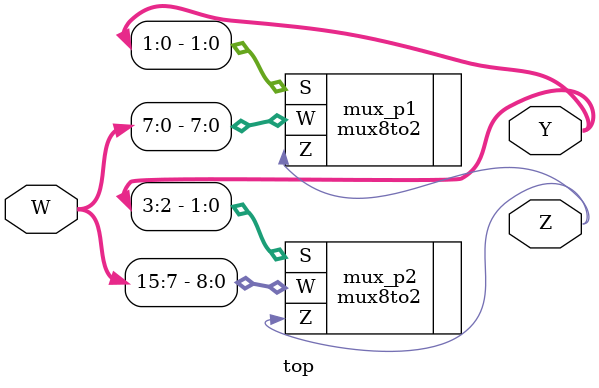
<source format=v>



module top (
  input [15:0] W,
  output [3:0] Y,
  output Z); 
  
  //Instancie aqui os componentes disponiveis para formar um codificador de 16x4

  mux8to2 mux_p1(.W(W[0:7]), .S(Y[0:1]), .Z(Z));
  mux8to2 mux_p2(.W(W[7:15]), .S(Y[2:3]), .Z(Z));

endmodule
</source>
